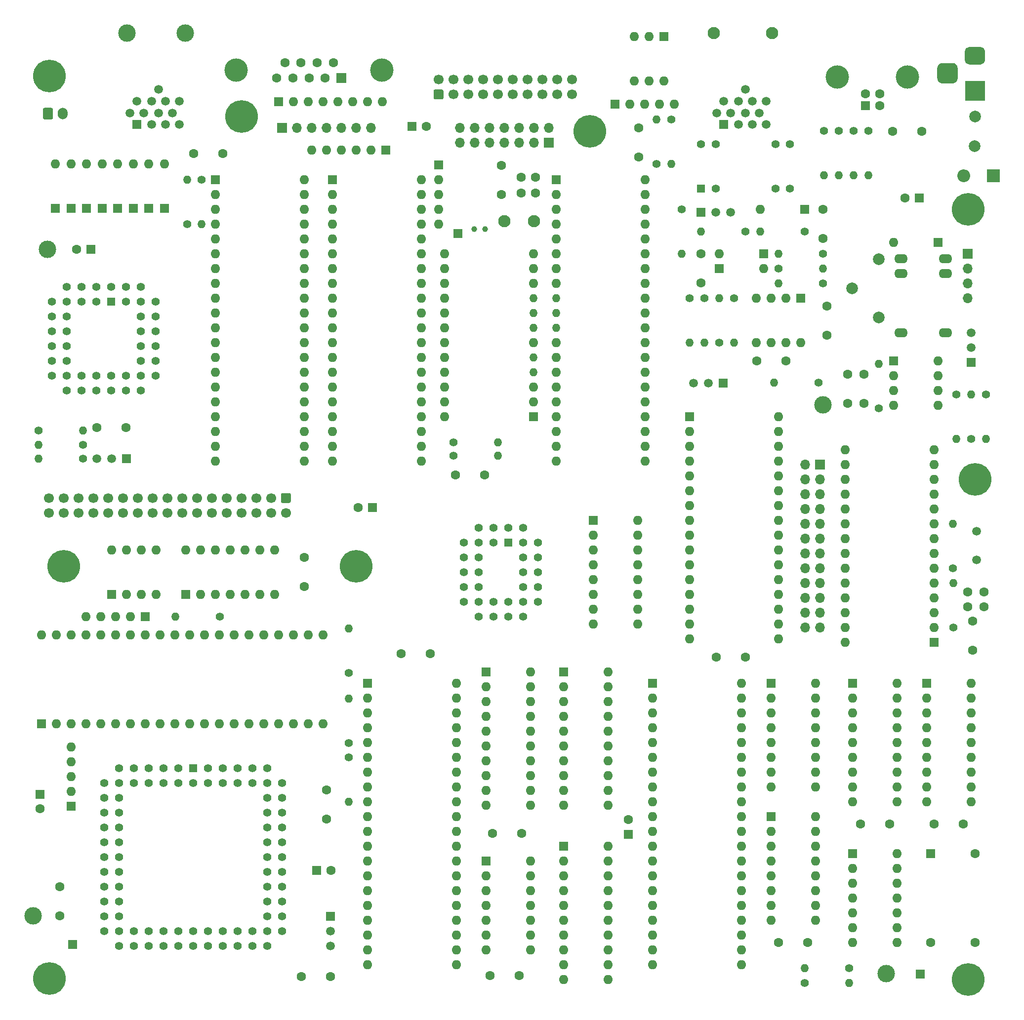
<source format=gts>
%TF.GenerationSoftware,KiCad,Pcbnew,(5.1.12)-1*%
%TF.CreationDate,2023-01-19T18:01:59+01:00*%
%TF.ProjectId,TELESTRAT2,54454c45-5354-4524-9154-322e6b696361,2.0*%
%TF.SameCoordinates,PX1312d00PYe2accf0*%
%TF.FileFunction,Soldermask,Top*%
%TF.FilePolarity,Negative*%
%FSLAX46Y46*%
G04 Gerber Fmt 4.6, Leading zero omitted, Abs format (unit mm)*
G04 Created by KiCad (PCBNEW (5.1.12)-1) date 2023-01-19 18:01:59*
%MOMM*%
%LPD*%
G01*
G04 APERTURE LIST*
%ADD10C,1.600000*%
%ADD11O,1.600000X1.600000*%
%ADD12R,1.600000X1.600000*%
%ADD13R,1.500000X1.500000*%
%ADD14C,4.000000*%
%ADD15C,2.000000*%
%ADD16C,1.000000*%
%ADD17C,2.100000*%
%ADD18O,1.400000X1.400000*%
%ADD19C,1.400000*%
%ADD20C,1.422400*%
%ADD21R,1.422400X1.422400*%
%ADD22C,3.000000*%
%ADD23O,1.700000X1.700000*%
%ADD24R,1.700000X1.700000*%
%ADD25C,5.600000*%
%ADD26C,1.500000*%
%ADD27R,1.508000X1.508000*%
%ADD28C,1.508000*%
%ADD29O,2.300000X1.600000*%
%ADD30O,1.700000X2.000000*%
%ADD31O,2.200000X2.200000*%
%ADD32R,2.200000X2.200000*%
%ADD33R,1.400000X1.400000*%
%ADD34R,3.500000X3.500000*%
%ADD35C,1.700000*%
G04 APERTURE END LIST*
D10*
%TO.C,C36*%
X145735000Y103701000D03*
X145735000Y108701000D03*
%TD*%
%TO.C,C35*%
X53660000Y32407000D03*
X53660000Y37407000D03*
%TD*%
D11*
%TO.C,RN5*%
X9845000Y44773000D03*
X9845000Y42233000D03*
X9845000Y39693000D03*
X9845000Y37153000D03*
D12*
X9845000Y34613000D03*
%TD*%
D13*
%TO.C,TP3*%
X76139000Y132784000D03*
%TD*%
D10*
%TO.C,C28*%
X105349000Y32287000D03*
D12*
X105349000Y29787000D03*
%TD*%
D10*
%TO.C,C2*%
X166309000Y68816000D03*
X166309000Y71316000D03*
%TD*%
D14*
%TO.C,J6*%
X141239000Y159615000D03*
X153239000Y159615000D03*
D10*
X145989000Y156755000D03*
X148489000Y156755000D03*
X148489000Y154755000D03*
D12*
X145989000Y154755000D03*
%TD*%
D10*
%TO.C,C32*%
X89474000Y139769000D03*
X86974000Y139769000D03*
%TD*%
D11*
%TO.C,SW1*%
X111445000Y158946000D03*
X106365000Y166566000D03*
X108905000Y158946000D03*
X108905000Y166566000D03*
X106365000Y158946000D03*
D12*
X111445000Y166566000D03*
%TD*%
D15*
%TO.C,BT1*%
X143775000Y123386000D03*
X148275000Y118386000D03*
X148275000Y128386000D03*
%TD*%
D16*
%TO.C,Y2*%
X78938000Y133546000D03*
X80838000Y133546000D03*
%TD*%
D17*
%TO.C,C31*%
X84140000Y134943000D03*
X89220000Y134943000D03*
%TD*%
D18*
%TO.C,R35*%
X130368000Y107257000D03*
D19*
X137988000Y107257000D03*
%TD*%
D10*
%TO.C,C33*%
X89474000Y142436000D03*
X86974000Y142436000D03*
%TD*%
D11*
%TO.C,U27*%
X73853000Y101415000D03*
X89093000Y129355000D03*
X73853000Y103955000D03*
X89093000Y126815000D03*
X73853000Y106495000D03*
X89093000Y124275000D03*
X73853000Y109035000D03*
D18*
X89093000Y121735000D03*
D11*
X73853000Y111575000D03*
D18*
X89093000Y119195000D03*
D11*
X73853000Y114115000D03*
D18*
X89093000Y116655000D03*
D11*
X73853000Y116655000D03*
X89093000Y114115000D03*
X73853000Y119195000D03*
D18*
X89093000Y111575000D03*
D11*
X73853000Y121735000D03*
D18*
X89093000Y109035000D03*
D11*
X73853000Y124275000D03*
X89093000Y106495000D03*
X73853000Y126815000D03*
X89093000Y103955000D03*
X73853000Y129355000D03*
D12*
X89093000Y101415000D03*
%TD*%
D11*
%TO.C,U6*%
X69916000Y142055000D03*
X54676000Y93795000D03*
X69916000Y139515000D03*
X54676000Y96335000D03*
X69916000Y136975000D03*
X54676000Y98875000D03*
X69916000Y134435000D03*
X54676000Y101415000D03*
X69916000Y131895000D03*
X54676000Y103955000D03*
X69916000Y129355000D03*
X54676000Y106495000D03*
X69916000Y126815000D03*
X54676000Y109035000D03*
X69916000Y124275000D03*
X54676000Y111575000D03*
X69916000Y121735000D03*
X54676000Y114115000D03*
X69916000Y119195000D03*
X54676000Y116655000D03*
X69916000Y116655000D03*
X54676000Y119195000D03*
X69916000Y114115000D03*
X54676000Y121735000D03*
X69916000Y111575000D03*
X54676000Y124275000D03*
X69916000Y109035000D03*
X54676000Y126815000D03*
X69916000Y106495000D03*
X54676000Y129355000D03*
X69916000Y103955000D03*
X54676000Y131895000D03*
X69916000Y101415000D03*
X54676000Y134435000D03*
X69916000Y98875000D03*
X54676000Y136975000D03*
X69916000Y96335000D03*
X54676000Y139515000D03*
X69916000Y93795000D03*
D12*
X54676000Y142055000D03*
%TD*%
D18*
%TO.C,R6*%
X160975000Y83000000D03*
D19*
X160975000Y75380000D03*
%TD*%
D10*
%TO.C,C1*%
X163515000Y68816000D03*
X163515000Y71316000D03*
%TD*%
D11*
%TO.C,D7*%
X25847000Y144722000D03*
D12*
X25847000Y137102000D03*
%TD*%
D18*
%TO.C,R10*%
X29784000Y142055000D03*
D19*
X29784000Y134435000D03*
%TD*%
D11*
%TO.C,D8*%
X9845000Y144722000D03*
D12*
X9845000Y137102000D03*
%TD*%
D11*
%TO.C,D6*%
X20513000Y144722000D03*
D12*
X20513000Y137102000D03*
%TD*%
D11*
%TO.C,D5*%
X15179000Y144722000D03*
D12*
X15179000Y137102000D03*
%TD*%
D11*
%TO.C,D4*%
X7178000Y144722000D03*
D12*
X7178000Y137102000D03*
%TD*%
D11*
%TO.C,D3*%
X23180000Y144722000D03*
D12*
X23180000Y137102000D03*
%TD*%
D11*
%TO.C,D2*%
X17846000Y144722000D03*
D12*
X17846000Y137102000D03*
%TD*%
D11*
%TO.C,D1*%
X12512000Y144722000D03*
D12*
X12512000Y137102000D03*
%TD*%
D10*
%TO.C,C27*%
X54422000Y23564000D03*
D12*
X51922000Y23564000D03*
%TD*%
D10*
%TO.C,C26*%
X59034000Y85794000D03*
D12*
X61534000Y85794000D03*
%TD*%
D20*
%TO.C,U16*%
X46040000Y36010000D03*
X46040000Y33470000D03*
X46040000Y30930000D03*
X46040000Y28390000D03*
X46040000Y25850000D03*
X46040000Y23310000D03*
X46040000Y20770000D03*
X46040000Y18230000D03*
X46040000Y15690000D03*
X46040000Y13150000D03*
X43500000Y36010000D03*
X43500000Y33470000D03*
X43500000Y30930000D03*
X43500000Y28390000D03*
X43500000Y25850000D03*
X43500000Y23310000D03*
X43500000Y20770000D03*
X43500000Y18230000D03*
X43500000Y15690000D03*
X43500000Y13150000D03*
X43500000Y10610000D03*
X40960000Y10610000D03*
X38420000Y10610000D03*
X35880000Y10610000D03*
X33340000Y10610000D03*
X30800000Y10610000D03*
X28260000Y10610000D03*
X25720000Y10610000D03*
X23180000Y10610000D03*
X20640000Y10610000D03*
X18100000Y10610000D03*
X40960000Y13150000D03*
X38420000Y13150000D03*
X35880000Y13150000D03*
X33340000Y13150000D03*
X30800000Y13150000D03*
X28260000Y13150000D03*
X25720000Y13150000D03*
X23180000Y13150000D03*
X20640000Y13150000D03*
X18100000Y13150000D03*
X15560000Y13150000D03*
X15560000Y15690000D03*
X15560000Y18230000D03*
X15560000Y20770000D03*
X15560000Y23310000D03*
X15560000Y25850000D03*
X15560000Y28390000D03*
X15560000Y30930000D03*
X15560000Y33470000D03*
X15560000Y36010000D03*
X15560000Y38550000D03*
X18100000Y15690000D03*
X18100000Y18230000D03*
X18100000Y20770000D03*
X18100000Y23310000D03*
X18100000Y25850000D03*
X18100000Y28390000D03*
X18100000Y30930000D03*
X18100000Y33470000D03*
X18100000Y36010000D03*
X18100000Y38550000D03*
X43500000Y41090000D03*
X40960000Y41090000D03*
X38420000Y41090000D03*
X35880000Y41090000D03*
X33340000Y41090000D03*
X18100000Y41090000D03*
X20640000Y41090000D03*
X23180000Y41090000D03*
X25720000Y41090000D03*
X28260000Y41090000D03*
D21*
X30800000Y41090000D03*
D20*
X46040000Y38550000D03*
X43500000Y38550000D03*
X40960000Y38550000D03*
X38420000Y38550000D03*
X35880000Y38550000D03*
X33340000Y38550000D03*
X20640000Y38550000D03*
X23180000Y38550000D03*
X25720000Y38550000D03*
X28260000Y38550000D03*
X30800000Y38550000D03*
%TD*%
D18*
%TO.C,R4*%
X57470000Y65093000D03*
D19*
X57470000Y57473000D03*
%TD*%
D22*
%TO.C,J1*%
X138750000Y103447000D03*
%TD*%
%TO.C,J3*%
X5781000Y130117000D03*
%TD*%
%TO.C,J2*%
X149545000Y5911000D03*
%TD*%
%TO.C,J4*%
X3368000Y15817000D03*
%TD*%
D11*
%TO.C,RN4*%
X113223000Y155009000D03*
X110683000Y155009000D03*
X108143000Y155009000D03*
X105603000Y155009000D03*
D12*
X103063000Y155009000D03*
%TD*%
D18*
%TO.C,R8*%
X4257000Y94176000D03*
D19*
X11877000Y94176000D03*
%TD*%
D23*
%TO.C,J10*%
X135702000Y65220000D03*
X138242000Y65220000D03*
X135702000Y67760000D03*
X138242000Y67760000D03*
X135702000Y70300000D03*
X138242000Y70300000D03*
X135702000Y72840000D03*
X138242000Y72840000D03*
X135702000Y75380000D03*
X138242000Y75380000D03*
X135702000Y77920000D03*
X138242000Y77920000D03*
X135702000Y80460000D03*
X138242000Y80460000D03*
X135702000Y83000000D03*
X138242000Y83000000D03*
X135702000Y85540000D03*
X138242000Y85540000D03*
X135702000Y88080000D03*
X138242000Y88080000D03*
X135702000Y90620000D03*
X138242000Y90620000D03*
X135702000Y93160000D03*
D24*
X138242000Y93160000D03*
%TD*%
D25*
%TO.C,H5*%
X164785000Y90620000D03*
%TD*%
D20*
%TO.C,U18*%
X89855000Y79825000D03*
X89855000Y77285000D03*
X89855000Y74745000D03*
X89855000Y72205000D03*
X87315000Y77285000D03*
X87315000Y74745000D03*
X87315000Y72205000D03*
X87315000Y69665000D03*
X87315000Y67125000D03*
X84775000Y67125000D03*
X82235000Y67125000D03*
X79695000Y67125000D03*
X89855000Y69665000D03*
X84775000Y69665000D03*
X82235000Y69665000D03*
X79695000Y69665000D03*
X77155000Y69665000D03*
X77155000Y72205000D03*
X77155000Y74745000D03*
X77155000Y77285000D03*
X77155000Y79825000D03*
X79695000Y72205000D03*
X79695000Y74745000D03*
X79695000Y77285000D03*
X79695000Y79825000D03*
X87315000Y82365000D03*
X84775000Y82365000D03*
X79695000Y82365000D03*
X82235000Y82365000D03*
X87315000Y79825000D03*
X82235000Y79825000D03*
D21*
X84775000Y79825000D03*
%TD*%
D23*
%TO.C,J5*%
X76520000Y150945000D03*
X76520000Y148405000D03*
X79060000Y150945000D03*
X79060000Y148405000D03*
X81600000Y150945000D03*
X81600000Y148405000D03*
X84140000Y150945000D03*
X84140000Y148405000D03*
X86680000Y150945000D03*
X86680000Y148405000D03*
X89220000Y150945000D03*
X89220000Y148405000D03*
X91760000Y150945000D03*
D24*
X91760000Y148405000D03*
%TD*%
D11*
%TO.C,RN1*%
X72837000Y134435000D03*
X72837000Y136975000D03*
X72837000Y139515000D03*
X72837000Y142055000D03*
D12*
X72837000Y144595000D03*
%TD*%
D25*
%TO.C,H6*%
X6162000Y5022000D03*
%TD*%
%TO.C,H9*%
X163642000Y4895000D03*
%TD*%
D18*
%TO.C,R15*%
X148275000Y110432000D03*
D19*
X148275000Y102812000D03*
%TD*%
D10*
%TO.C,C15*%
X142941000Y103701000D03*
X142941000Y108701000D03*
%TD*%
D14*
%TO.C,J12*%
X38166000Y160851000D03*
X63160000Y160851000D03*
D10*
X46505000Y162121000D03*
X49275000Y162121000D03*
X52045000Y162121000D03*
X54815000Y162121000D03*
X45120000Y159454000D03*
X47890000Y159454000D03*
X50660000Y159454000D03*
X53430000Y159454000D03*
D24*
X56200000Y159454000D03*
%TD*%
D13*
%TO.C,TP1*%
X10099000Y10864000D03*
%TD*%
%TO.C,TP2*%
X155387000Y5784000D03*
%TD*%
%TO.C,Q4*%
X121605000Y107130000D03*
D26*
X116525000Y107130000D03*
X119065000Y107130000D03*
%TD*%
D13*
%TO.C,Q3*%
X117795000Y136467000D03*
D26*
X122875000Y136467000D03*
X120335000Y136467000D03*
%TD*%
D13*
%TO.C,Q2*%
X164150000Y110686000D03*
D26*
X164150000Y115766000D03*
X164150000Y113226000D03*
%TD*%
D17*
%TO.C,J14*%
X120034000Y167201000D03*
X130034000Y167201000D03*
D27*
X121734000Y151501000D03*
D28*
X124234000Y151501000D03*
X126634000Y151501000D03*
X129034000Y151501000D03*
X120534000Y153501000D03*
X122934000Y153501000D03*
X125434000Y153501000D03*
X127834000Y153501000D03*
X121734000Y155501000D03*
X124234000Y155501000D03*
X126634000Y155501000D03*
X129034000Y155501000D03*
X125434000Y157501000D03*
%TD*%
D22*
%TO.C,J8*%
X19450000Y167201000D03*
X29450000Y167201000D03*
D27*
X21150000Y151501000D03*
D28*
X23650000Y151501000D03*
X26050000Y151501000D03*
X28450000Y151501000D03*
X19950000Y153501000D03*
X22350000Y153501000D03*
X24850000Y153501000D03*
X27250000Y153501000D03*
X21150000Y155501000D03*
X23650000Y155501000D03*
X26050000Y155501000D03*
X28450000Y155501000D03*
X24850000Y157501000D03*
%TD*%
D29*
%TO.C,K1*%
X159705000Y128466000D03*
X152085000Y128466000D03*
X159705000Y125926000D03*
X159705000Y115766000D03*
X152085000Y125926000D03*
X152085000Y115766000D03*
%TD*%
D18*
%TO.C,R21*%
X114493000Y129355000D03*
D19*
X114493000Y136975000D03*
%TD*%
D18*
%TO.C,R2*%
X82997000Y96970000D03*
D19*
X75377000Y96970000D03*
%TD*%
D13*
%TO.C,Q1*%
X19370000Y94176000D03*
D26*
X14290000Y94176000D03*
X16830000Y94176000D03*
%TD*%
D18*
%TO.C,R23*%
X143957000Y142817000D03*
D19*
X143957000Y150437000D03*
%TD*%
D18*
%TO.C,R22*%
X146497000Y142817000D03*
D19*
X146497000Y150437000D03*
%TD*%
D18*
%TO.C,R25*%
X141417000Y142817000D03*
D19*
X141417000Y150437000D03*
%TD*%
D18*
%TO.C,R24*%
X138877000Y142817000D03*
D19*
X138877000Y150437000D03*
%TD*%
D23*
%TO.C,J11*%
X61280000Y150945000D03*
X58740000Y150945000D03*
X56200000Y150945000D03*
X53660000Y150945000D03*
X51120000Y150945000D03*
X48580000Y150945000D03*
D24*
X46040000Y150945000D03*
%TD*%
D25*
%TO.C,H2*%
X39055000Y152850000D03*
%TD*%
%TO.C,H1*%
X98745000Y150310000D03*
%TD*%
D10*
%TO.C,C23*%
X10774000Y130117000D03*
D12*
X13274000Y130117000D03*
%TD*%
D18*
%TO.C,R12*%
X32197000Y134435000D03*
D19*
X32197000Y142055000D03*
%TD*%
D10*
%TO.C,C8*%
X30880000Y146500000D03*
X35880000Y146500000D03*
%TD*%
%TO.C,C22*%
X75711000Y91382000D03*
X80711000Y91382000D03*
%TD*%
D18*
%TO.C,R11*%
X4257000Y96589000D03*
D19*
X11877000Y96589000D03*
%TD*%
D18*
%TO.C,R9*%
X11877000Y99002000D03*
D19*
X4257000Y99002000D03*
%TD*%
D10*
%TO.C,C6*%
X49850000Y72285000D03*
X49850000Y77285000D03*
%TD*%
%TO.C,C5*%
X120415000Y60140000D03*
X125415000Y60140000D03*
%TD*%
%TO.C,C4*%
X164404000Y61363000D03*
X164404000Y66363000D03*
%TD*%
D25*
%TO.C,H4*%
X58740000Y75761000D03*
%TD*%
%TO.C,H3*%
X8575000Y75761000D03*
%TD*%
D18*
%TO.C,R32*%
X27752000Y67125000D03*
D19*
X35372000Y67125000D03*
%TD*%
D20*
%TO.C,U10*%
X24323000Y121100000D03*
X24323000Y118560000D03*
X24323000Y116020000D03*
X24323000Y113480000D03*
X24323000Y110940000D03*
X21783000Y123640000D03*
X21783000Y118560000D03*
X21783000Y116020000D03*
X21783000Y113480000D03*
X21783000Y110940000D03*
X21783000Y108400000D03*
X21783000Y105860000D03*
X19243000Y105860000D03*
X16703000Y105860000D03*
X14163000Y105860000D03*
X11623000Y105860000D03*
X9083000Y105860000D03*
X24323000Y108400000D03*
X19243000Y108400000D03*
X16703000Y108400000D03*
X14163000Y108400000D03*
X11623000Y108400000D03*
X9083000Y108400000D03*
X6543000Y108400000D03*
X6543000Y110940000D03*
X6543000Y113480000D03*
X6543000Y116020000D03*
X6543000Y118560000D03*
X6543000Y121100000D03*
X9083000Y110940000D03*
X9083000Y113480000D03*
X9083000Y116020000D03*
X9083000Y118560000D03*
X9083000Y121100000D03*
X19243000Y123640000D03*
X16703000Y123640000D03*
X9083000Y123640000D03*
X11623000Y123640000D03*
X14163000Y123640000D03*
X21783000Y121100000D03*
X19243000Y121100000D03*
X11623000Y121100000D03*
X14163000Y121100000D03*
D21*
X16703000Y121100000D03*
%TD*%
D18*
%TO.C,R30*%
X131130000Y124275000D03*
D19*
X138750000Y124275000D03*
%TD*%
D18*
%TO.C,R36*%
X115890000Y114115000D03*
D19*
X115890000Y121735000D03*
%TD*%
D18*
%TO.C,R34*%
X118430000Y114115000D03*
D19*
X118430000Y121735000D03*
%TD*%
D18*
%TO.C,R33*%
X120970000Y121735000D03*
D19*
X120970000Y114115000D03*
%TD*%
D18*
%TO.C,R31*%
X123510000Y114115000D03*
D19*
X123510000Y121735000D03*
%TD*%
D18*
%TO.C,R29*%
X138750000Y126815000D03*
D19*
X131130000Y126815000D03*
%TD*%
D18*
%TO.C,R27*%
X117795000Y133165000D03*
D19*
X125415000Y133165000D03*
%TD*%
D18*
%TO.C,R26*%
X127955000Y133165000D03*
D19*
X135575000Y133165000D03*
%TD*%
D18*
%TO.C,R28*%
X131130000Y129355000D03*
D19*
X138750000Y129355000D03*
%TD*%
D18*
%TO.C,R3*%
X57470000Y53028000D03*
D19*
X57470000Y45408000D03*
%TD*%
D18*
%TO.C,R20*%
X110175000Y152342000D03*
D19*
X110175000Y144722000D03*
%TD*%
D18*
%TO.C,R19*%
X112715000Y144722000D03*
D19*
X112715000Y152342000D03*
%TD*%
D11*
%TO.C,U25*%
X151450000Y55695000D03*
X143830000Y35375000D03*
X151450000Y53155000D03*
X143830000Y37915000D03*
X151450000Y50615000D03*
X143830000Y40455000D03*
X151450000Y48075000D03*
X143830000Y42995000D03*
X151450000Y45535000D03*
X143830000Y45535000D03*
X151450000Y42995000D03*
X143830000Y48075000D03*
X151450000Y40455000D03*
X143830000Y50615000D03*
X151450000Y37915000D03*
X143830000Y53155000D03*
X151450000Y35375000D03*
D12*
X143830000Y55695000D03*
%TD*%
D11*
%TO.C,U24*%
X164150000Y55695000D03*
X156530000Y35375000D03*
X164150000Y53155000D03*
X156530000Y37915000D03*
X164150000Y50615000D03*
X156530000Y40455000D03*
X164150000Y48075000D03*
X156530000Y42995000D03*
X164150000Y45535000D03*
X156530000Y45535000D03*
X164150000Y42995000D03*
X156530000Y48075000D03*
X164150000Y40455000D03*
X156530000Y50615000D03*
X164150000Y37915000D03*
X156530000Y53155000D03*
X164150000Y35375000D03*
D12*
X156530000Y55695000D03*
%TD*%
D18*
%TO.C,R14*%
X164150000Y105225000D03*
D19*
X164150000Y97605000D03*
%TD*%
D18*
%TO.C,R16*%
X161610000Y97605000D03*
D19*
X161610000Y105225000D03*
%TD*%
D18*
%TO.C,R13*%
X166690000Y97605000D03*
D19*
X166690000Y105225000D03*
%TD*%
D13*
%TO.C,U7*%
X54295000Y15690000D03*
D26*
X54295000Y10610000D03*
X54295000Y13150000D03*
%TD*%
D23*
%TO.C,J7*%
X163515000Y121735000D03*
X163515000Y124275000D03*
X163515000Y126815000D03*
D24*
X163515000Y129355000D03*
%TD*%
D30*
%TO.C,J15*%
X8408000Y153358000D03*
G36*
G01*
X5058000Y152608000D02*
X5058000Y154108000D01*
G75*
G02*
X5308000Y154358000I250000J0D01*
G01*
X6508000Y154358000D01*
G75*
G02*
X6758000Y154108000I0J-250000D01*
G01*
X6758000Y152608000D01*
G75*
G02*
X6508000Y152358000I-250000J0D01*
G01*
X5308000Y152358000D01*
G75*
G02*
X5058000Y152608000I0J250000D01*
G01*
G37*
%TD*%
D15*
%TO.C,F1*%
X164775000Y147770000D03*
X164785000Y152850000D03*
%TD*%
D31*
%TO.C,D10*%
X162880000Y142690000D03*
D32*
X167960000Y142690000D03*
%TD*%
D11*
%TO.C,RN3*%
X51120000Y147135000D03*
X53660000Y147135000D03*
X56200000Y147135000D03*
X58740000Y147135000D03*
X61280000Y147135000D03*
D12*
X63820000Y147135000D03*
%TD*%
D11*
%TO.C,RN2*%
X63185000Y155390000D03*
X60645000Y155390000D03*
X58105000Y155390000D03*
X55565000Y155390000D03*
X53025000Y155390000D03*
X50485000Y155390000D03*
X47945000Y155390000D03*
D12*
X45405000Y155390000D03*
%TD*%
D10*
%TO.C,C25*%
X4511000Y34145000D03*
D12*
X4511000Y36645000D03*
%TD*%
D10*
%TO.C,C21*%
X54295000Y5403000D03*
X49295000Y5403000D03*
%TD*%
%TO.C,C20*%
X19290000Y99510000D03*
X14290000Y99510000D03*
%TD*%
%TO.C,C19*%
X139385000Y120385000D03*
X139385000Y115385000D03*
%TD*%
%TO.C,C18*%
X83632000Y139515000D03*
X83632000Y144515000D03*
%TD*%
%TO.C,C17*%
X86680000Y5530000D03*
X81680000Y5530000D03*
%TD*%
%TO.C,C16*%
X71440000Y60775000D03*
X66440000Y60775000D03*
%TD*%
%TO.C,C14*%
X7940000Y15770000D03*
X7940000Y20770000D03*
%TD*%
%TO.C,C13*%
X136130000Y11245000D03*
X131130000Y11245000D03*
%TD*%
%TO.C,C12*%
X82061000Y29914000D03*
X87061000Y29914000D03*
%TD*%
%TO.C,C10*%
X150180000Y31565000D03*
X145180000Y31565000D03*
%TD*%
%TO.C,C7*%
X162800000Y31565000D03*
X157800000Y31565000D03*
%TD*%
D18*
%TO.C,R5*%
X82997000Y94684000D03*
D19*
X75377000Y94684000D03*
%TD*%
D10*
%TO.C,C3*%
X155688000Y150310000D03*
X150688000Y150310000D03*
%TD*%
D18*
%TO.C,R7*%
X161102000Y72840000D03*
D19*
X161102000Y65220000D03*
%TD*%
D11*
%TO.C,U3*%
X142560000Y62680000D03*
X157800000Y95700000D03*
X142560000Y65220000D03*
X157800000Y93160000D03*
X142560000Y67760000D03*
X157800000Y90620000D03*
X142560000Y70300000D03*
X157800000Y88080000D03*
X142560000Y72840000D03*
X157800000Y85540000D03*
X142560000Y75380000D03*
X157800000Y83000000D03*
X142560000Y77920000D03*
X157800000Y80460000D03*
X142560000Y80460000D03*
X157800000Y77920000D03*
X142560000Y83000000D03*
X157800000Y75380000D03*
X142560000Y85540000D03*
X157800000Y72840000D03*
X142560000Y88080000D03*
X157800000Y70300000D03*
X142560000Y90620000D03*
X157800000Y67760000D03*
X142560000Y93160000D03*
X157800000Y65220000D03*
X142560000Y95700000D03*
D12*
X157800000Y62680000D03*
%TD*%
D18*
%TO.C,R1*%
X57470000Y35375000D03*
D19*
X57470000Y42995000D03*
%TD*%
D11*
%TO.C,U21*%
X131130000Y101415000D03*
X115890000Y63315000D03*
X131130000Y98875000D03*
X115890000Y65855000D03*
X131130000Y96335000D03*
X115890000Y68395000D03*
X131130000Y93795000D03*
X115890000Y70935000D03*
X131130000Y91255000D03*
X115890000Y73475000D03*
X131130000Y88715000D03*
X115890000Y76015000D03*
X131130000Y86175000D03*
X115890000Y78555000D03*
X131130000Y83635000D03*
X115890000Y81095000D03*
X131130000Y81095000D03*
X115890000Y83635000D03*
X131130000Y78555000D03*
X115890000Y86175000D03*
X131130000Y76015000D03*
X115890000Y88715000D03*
X131130000Y73475000D03*
X115890000Y91255000D03*
X131130000Y70935000D03*
X115890000Y93795000D03*
X131130000Y68395000D03*
X115890000Y96335000D03*
X131130000Y65855000D03*
X115890000Y98875000D03*
X131130000Y63315000D03*
D12*
X115890000Y101415000D03*
%TD*%
D26*
%TO.C,Y1*%
X165039000Y76850000D03*
X165039000Y81730000D03*
%TD*%
D10*
%TO.C,X1*%
X157165000Y11245000D03*
X164785000Y11245000D03*
X164785000Y26485000D03*
D12*
X157165000Y26485000D03*
%TD*%
D11*
%TO.C,U28*%
X16830000Y78555000D03*
X24450000Y70935000D03*
X19370000Y78555000D03*
X21910000Y70935000D03*
X21910000Y78555000D03*
X19370000Y70935000D03*
X24450000Y78555000D03*
D12*
X16830000Y70935000D03*
%TD*%
D11*
%TO.C,U22*%
X29530000Y78555000D03*
X44770000Y70935000D03*
X32070000Y78555000D03*
X42230000Y70935000D03*
X34610000Y78555000D03*
X39690000Y70935000D03*
X37150000Y78555000D03*
X37150000Y70935000D03*
X39690000Y78555000D03*
X34610000Y70935000D03*
X42230000Y78555000D03*
X32070000Y70935000D03*
X44770000Y78555000D03*
D12*
X29530000Y70935000D03*
%TD*%
D11*
%TO.C,U26*%
X4765000Y63950000D03*
X53025000Y48710000D03*
X7305000Y63950000D03*
X50485000Y48710000D03*
X9845000Y63950000D03*
X47945000Y48710000D03*
X12385000Y63950000D03*
X45405000Y48710000D03*
X14925000Y63950000D03*
X42865000Y48710000D03*
X17465000Y63950000D03*
X40325000Y48710000D03*
X20005000Y63950000D03*
X37785000Y48710000D03*
X22545000Y63950000D03*
X35245000Y48710000D03*
X25085000Y63950000D03*
X32705000Y48710000D03*
X27625000Y63950000D03*
X30165000Y48710000D03*
X30165000Y63950000D03*
X27625000Y48710000D03*
X32705000Y63950000D03*
X25085000Y48710000D03*
X35245000Y63950000D03*
X22545000Y48710000D03*
X37785000Y63950000D03*
X20005000Y48710000D03*
X40325000Y63950000D03*
X17465000Y48710000D03*
X42865000Y63950000D03*
X14925000Y48710000D03*
X45405000Y63950000D03*
X12385000Y48710000D03*
X47945000Y63950000D03*
X9845000Y48710000D03*
X50485000Y63950000D03*
X7305000Y48710000D03*
X53025000Y63950000D03*
D12*
X4765000Y48710000D03*
%TD*%
D11*
%TO.C,U20*%
X137480000Y55695000D03*
X129860000Y37915000D03*
X137480000Y53155000D03*
X129860000Y40455000D03*
X137480000Y50615000D03*
X129860000Y42995000D03*
X137480000Y48075000D03*
X129860000Y45535000D03*
X137480000Y45535000D03*
X129860000Y48075000D03*
X137480000Y42995000D03*
X129860000Y50615000D03*
X137480000Y40455000D03*
X129860000Y53155000D03*
X137480000Y37915000D03*
D12*
X129860000Y55695000D03*
%TD*%
D11*
%TO.C,U19*%
X137480000Y32835000D03*
X129860000Y15055000D03*
X137480000Y30295000D03*
X129860000Y17595000D03*
X137480000Y27755000D03*
X129860000Y20135000D03*
X137480000Y25215000D03*
X129860000Y22675000D03*
X137480000Y22675000D03*
X129860000Y25215000D03*
X137480000Y20135000D03*
X129860000Y27755000D03*
X137480000Y17595000D03*
X129860000Y30295000D03*
X137480000Y15055000D03*
D12*
X129860000Y32835000D03*
%TD*%
D11*
%TO.C,U17*%
X151450000Y26485000D03*
X143830000Y11245000D03*
X151450000Y23945000D03*
X143830000Y13785000D03*
X151450000Y21405000D03*
X143830000Y16325000D03*
X151450000Y18865000D03*
X143830000Y18865000D03*
X151450000Y16325000D03*
X143830000Y21405000D03*
X151450000Y13785000D03*
X143830000Y23945000D03*
X151450000Y11245000D03*
D12*
X143830000Y26485000D03*
%TD*%
D11*
%TO.C,U15*%
X107000000Y83635000D03*
X99380000Y65855000D03*
X107000000Y81095000D03*
X99380000Y68395000D03*
X107000000Y78555000D03*
X99380000Y70935000D03*
X107000000Y76015000D03*
X99380000Y73475000D03*
X107000000Y73475000D03*
X99380000Y76015000D03*
X107000000Y70935000D03*
X99380000Y78555000D03*
X107000000Y68395000D03*
X99380000Y81095000D03*
X107000000Y65855000D03*
D12*
X99380000Y83635000D03*
%TD*%
D11*
%TO.C,U14*%
X124780000Y55695000D03*
X109540000Y7435000D03*
X124780000Y53155000D03*
X109540000Y9975000D03*
X124780000Y50615000D03*
X109540000Y12515000D03*
X124780000Y48075000D03*
X109540000Y15055000D03*
X124780000Y45535000D03*
X109540000Y17595000D03*
X124780000Y42995000D03*
X109540000Y20135000D03*
X124780000Y40455000D03*
X109540000Y22675000D03*
X124780000Y37915000D03*
X109540000Y25215000D03*
X124780000Y35375000D03*
X109540000Y27755000D03*
X124780000Y32835000D03*
X109540000Y30295000D03*
X124780000Y30295000D03*
X109540000Y32835000D03*
X124780000Y27755000D03*
X109540000Y35375000D03*
X124780000Y25215000D03*
X109540000Y37915000D03*
X124780000Y22675000D03*
X109540000Y40455000D03*
X124780000Y20135000D03*
X109540000Y42995000D03*
X124780000Y17595000D03*
X109540000Y45535000D03*
X124780000Y15055000D03*
X109540000Y48075000D03*
X124780000Y12515000D03*
X109540000Y50615000D03*
X124780000Y9975000D03*
X109540000Y53155000D03*
X124780000Y7435000D03*
D12*
X109540000Y55695000D03*
%TD*%
D11*
%TO.C,U12*%
X88585000Y57600000D03*
X80965000Y34740000D03*
X88585000Y55060000D03*
X80965000Y37280000D03*
X88585000Y52520000D03*
X80965000Y39820000D03*
X88585000Y49980000D03*
X80965000Y42360000D03*
X88585000Y47440000D03*
X80965000Y44900000D03*
X88585000Y44900000D03*
X80965000Y47440000D03*
X88585000Y42360000D03*
X80965000Y49980000D03*
X88585000Y39820000D03*
X80965000Y52520000D03*
X88585000Y37280000D03*
X80965000Y55060000D03*
X88585000Y34740000D03*
D12*
X80965000Y57600000D03*
%TD*%
D11*
%TO.C,U2*%
X108270000Y142055000D03*
X93030000Y93795000D03*
X108270000Y139515000D03*
X93030000Y96335000D03*
X108270000Y136975000D03*
X93030000Y98875000D03*
X108270000Y134435000D03*
X93030000Y101415000D03*
X108270000Y131895000D03*
X93030000Y103955000D03*
X108270000Y129355000D03*
X93030000Y106495000D03*
X108270000Y126815000D03*
X93030000Y109035000D03*
X108270000Y124275000D03*
X93030000Y111575000D03*
X108270000Y121735000D03*
X93030000Y114115000D03*
X108270000Y119195000D03*
D18*
X93030000Y116655000D03*
D11*
X108270000Y116655000D03*
D18*
X93030000Y119195000D03*
D11*
X108270000Y114115000D03*
D18*
X93030000Y121735000D03*
D11*
X108270000Y111575000D03*
X93030000Y124275000D03*
X108270000Y109035000D03*
X93030000Y126815000D03*
X108270000Y106495000D03*
X93030000Y129355000D03*
X108270000Y103955000D03*
X93030000Y131895000D03*
X108270000Y101415000D03*
X93030000Y134435000D03*
X108270000Y98875000D03*
X93030000Y136975000D03*
X108270000Y96335000D03*
X93030000Y139515000D03*
X108270000Y93795000D03*
D12*
X93030000Y142055000D03*
%TD*%
D11*
%TO.C,U8*%
X101920000Y57600000D03*
X94300000Y34740000D03*
X101920000Y55060000D03*
X94300000Y37280000D03*
X101920000Y52520000D03*
X94300000Y39820000D03*
X101920000Y49980000D03*
X94300000Y42360000D03*
X101920000Y47440000D03*
X94300000Y44900000D03*
X101920000Y44900000D03*
X94300000Y47440000D03*
X101920000Y42360000D03*
X94300000Y49980000D03*
X101920000Y39820000D03*
X94300000Y52520000D03*
X101920000Y37280000D03*
X94300000Y55060000D03*
X101920000Y34740000D03*
D12*
X94300000Y57600000D03*
%TD*%
D11*
%TO.C,U11*%
X49850000Y142055000D03*
X34610000Y93795000D03*
X49850000Y139515000D03*
X34610000Y96335000D03*
X49850000Y136975000D03*
X34610000Y98875000D03*
X49850000Y134435000D03*
X34610000Y101415000D03*
X49850000Y131895000D03*
X34610000Y103955000D03*
X49850000Y129355000D03*
X34610000Y106495000D03*
X49850000Y126815000D03*
X34610000Y109035000D03*
X49850000Y124275000D03*
X34610000Y111575000D03*
X49850000Y121735000D03*
X34610000Y114115000D03*
X49850000Y119195000D03*
X34610000Y116655000D03*
X49850000Y116655000D03*
X34610000Y119195000D03*
X49850000Y114115000D03*
X34610000Y121735000D03*
X49850000Y111575000D03*
X34610000Y124275000D03*
X49850000Y109035000D03*
X34610000Y126815000D03*
X49850000Y106495000D03*
X34610000Y129355000D03*
X49850000Y103955000D03*
X34610000Y131895000D03*
X49850000Y101415000D03*
X34610000Y134435000D03*
X49850000Y98875000D03*
X34610000Y136975000D03*
X49850000Y96335000D03*
X34610000Y139515000D03*
X49850000Y93795000D03*
D12*
X34610000Y142055000D03*
%TD*%
D11*
%TO.C,U5*%
X101920000Y27755000D03*
X94300000Y4895000D03*
X101920000Y25215000D03*
X94300000Y7435000D03*
X101920000Y22675000D03*
X94300000Y9975000D03*
X101920000Y20135000D03*
X94300000Y12515000D03*
X101920000Y17595000D03*
X94300000Y15055000D03*
X101920000Y15055000D03*
X94300000Y17595000D03*
X101920000Y12515000D03*
X94300000Y20135000D03*
X101920000Y9975000D03*
X94300000Y22675000D03*
X101920000Y7435000D03*
X94300000Y25215000D03*
X101920000Y4895000D03*
D12*
X94300000Y27755000D03*
%TD*%
D11*
%TO.C,U23*%
X134940000Y114115000D03*
X127320000Y121735000D03*
X132400000Y114115000D03*
X129860000Y121735000D03*
X129860000Y114115000D03*
X132400000Y121735000D03*
X127320000Y114115000D03*
D12*
X134940000Y121735000D03*
%TD*%
D11*
%TO.C,U4*%
X75885000Y55695000D03*
X60645000Y7435000D03*
X75885000Y53155000D03*
X60645000Y9975000D03*
X75885000Y50615000D03*
X60645000Y12515000D03*
X75885000Y48075000D03*
X60645000Y15055000D03*
X75885000Y45535000D03*
X60645000Y17595000D03*
X75885000Y42995000D03*
X60645000Y20135000D03*
X75885000Y40455000D03*
X60645000Y22675000D03*
X75885000Y37915000D03*
X60645000Y25215000D03*
X75885000Y35375000D03*
X60645000Y27755000D03*
X75885000Y32835000D03*
X60645000Y30295000D03*
X75885000Y30295000D03*
X60645000Y32835000D03*
X75885000Y27755000D03*
X60645000Y35375000D03*
X75885000Y25215000D03*
X60645000Y37915000D03*
X75885000Y22675000D03*
X60645000Y40455000D03*
X75885000Y20135000D03*
X60645000Y42995000D03*
X75885000Y17595000D03*
X60645000Y45535000D03*
X75885000Y15055000D03*
X60645000Y48075000D03*
X75885000Y12515000D03*
X60645000Y50615000D03*
X75885000Y9975000D03*
X60645000Y53155000D03*
X75885000Y7435000D03*
D12*
X60645000Y55695000D03*
%TD*%
D11*
%TO.C,U1*%
X88585000Y25215000D03*
X80965000Y9975000D03*
X88585000Y22675000D03*
X80965000Y12515000D03*
X88585000Y20135000D03*
X80965000Y15055000D03*
X88585000Y17595000D03*
X80965000Y17595000D03*
X88585000Y15055000D03*
X80965000Y20135000D03*
X88585000Y12515000D03*
X80965000Y22675000D03*
X88585000Y9975000D03*
D12*
X80965000Y25215000D03*
%TD*%
D11*
%TO.C,RN6*%
X12385000Y67125000D03*
X14925000Y67125000D03*
X17465000Y67125000D03*
X20005000Y67125000D03*
D12*
X22545000Y67125000D03*
%TD*%
D18*
%TO.C,R18*%
X135575000Y6800000D03*
D19*
X143195000Y6800000D03*
%TD*%
D18*
%TO.C,R17*%
X143195000Y4260000D03*
D19*
X135575000Y4260000D03*
%TD*%
%TO.C,K2*%
X117795000Y148151000D03*
X133035000Y140531000D03*
X133035000Y148151000D03*
D33*
X117795000Y140531000D03*
D19*
X120335000Y140531000D03*
X130595000Y140531000D03*
X130595000Y148151000D03*
X120335000Y148151000D03*
%TD*%
%TO.C,J13*%
G36*
G01*
X159210000Y162045000D02*
X160960000Y162045000D01*
G75*
G02*
X161835000Y161170000I0J-875000D01*
G01*
X161835000Y159420000D01*
G75*
G02*
X160960000Y158545000I-875000J0D01*
G01*
X159210000Y158545000D01*
G75*
G02*
X158335000Y159420000I0J875000D01*
G01*
X158335000Y161170000D01*
G75*
G02*
X159210000Y162045000I875000J0D01*
G01*
G37*
G36*
G01*
X163785000Y164795000D02*
X165785000Y164795000D01*
G75*
G02*
X166535000Y164045000I0J-750000D01*
G01*
X166535000Y162545000D01*
G75*
G02*
X165785000Y161795000I-750000J0D01*
G01*
X163785000Y161795000D01*
G75*
G02*
X163035000Y162545000I0J750000D01*
G01*
X163035000Y164045000D01*
G75*
G02*
X163785000Y164795000I750000J0D01*
G01*
G37*
D34*
X164785000Y157295000D03*
%TD*%
D35*
%TO.C,J16*%
X6035000Y84905000D03*
X8575000Y84905000D03*
X11115000Y84905000D03*
X13655000Y84905000D03*
X16195000Y84905000D03*
X18735000Y84905000D03*
X21275000Y84905000D03*
X23815000Y84905000D03*
X26355000Y84905000D03*
X28895000Y84905000D03*
X31435000Y84905000D03*
X33975000Y84905000D03*
X36515000Y84905000D03*
X39055000Y84905000D03*
X41595000Y84905000D03*
X44135000Y84905000D03*
X46675000Y84905000D03*
X6035000Y87445000D03*
X8575000Y87445000D03*
X11115000Y87445000D03*
X13655000Y87445000D03*
X16195000Y87445000D03*
X18735000Y87445000D03*
X21275000Y87445000D03*
X23815000Y87445000D03*
X26355000Y87445000D03*
X28895000Y87445000D03*
X31435000Y87445000D03*
X33975000Y87445000D03*
X36515000Y87445000D03*
X39055000Y87445000D03*
X41595000Y87445000D03*
X44135000Y87445000D03*
G36*
G01*
X46075000Y88295000D02*
X47275000Y88295000D01*
G75*
G02*
X47525000Y88045000I0J-250000D01*
G01*
X47525000Y86845000D01*
G75*
G02*
X47275000Y86595000I-250000J0D01*
G01*
X46075000Y86595000D01*
G75*
G02*
X45825000Y86845000I0J250000D01*
G01*
X45825000Y88045000D01*
G75*
G02*
X46075000Y88295000I250000J0D01*
G01*
G37*
%TD*%
%TO.C,J9*%
X95697000Y159200000D03*
X93157000Y159200000D03*
X90617000Y159200000D03*
X88077000Y159200000D03*
X85537000Y159200000D03*
X82997000Y159200000D03*
X80457000Y159200000D03*
X77917000Y159200000D03*
X75377000Y159200000D03*
X72837000Y159200000D03*
X95697000Y156660000D03*
X93157000Y156660000D03*
X90617000Y156660000D03*
X88077000Y156660000D03*
X85537000Y156660000D03*
X82997000Y156660000D03*
X80457000Y156660000D03*
X77917000Y156660000D03*
X75377000Y156660000D03*
G36*
G01*
X73437000Y155810000D02*
X72237000Y155810000D01*
G75*
G02*
X71987000Y156060000I0J250000D01*
G01*
X71987000Y157260000D01*
G75*
G02*
X72237000Y157510000I250000J0D01*
G01*
X73437000Y157510000D01*
G75*
G02*
X73687000Y157260000I0J-250000D01*
G01*
X73687000Y156060000D01*
G75*
G02*
X73437000Y155810000I-250000J0D01*
G01*
G37*
%TD*%
D25*
%TO.C,H8*%
X163650000Y136980000D03*
%TD*%
D11*
%TO.C,D11*%
X127955000Y136975000D03*
D12*
X135575000Y136975000D03*
%TD*%
D11*
%TO.C,D13*%
X128590000Y126815000D03*
D12*
X120970000Y126815000D03*
%TD*%
D11*
%TO.C,D12*%
X120970000Y129355000D03*
D12*
X128590000Y129355000D03*
%TD*%
D10*
%TO.C,C11*%
X70765000Y151199000D03*
D12*
X68265000Y151199000D03*
%TD*%
D10*
%TO.C,C24*%
X107127000Y145945000D03*
X107127000Y150945000D03*
%TD*%
%TO.C,C34*%
X127400000Y110940000D03*
X132400000Y110940000D03*
%TD*%
%TO.C,C30*%
X138750000Y136975000D03*
X138750000Y131975000D03*
%TD*%
%TO.C,C29*%
X117795000Y129355000D03*
X117795000Y124355000D03*
%TD*%
%TO.C,C9*%
X152760000Y138880000D03*
D12*
X155260000Y138880000D03*
%TD*%
D11*
%TO.C,U13*%
X158435000Y110940000D03*
X150815000Y103320000D03*
X158435000Y108400000D03*
X150815000Y105860000D03*
X158435000Y105860000D03*
X150815000Y108400000D03*
X158435000Y103320000D03*
D12*
X150815000Y110940000D03*
%TD*%
D11*
%TO.C,D9*%
X150815000Y131260000D03*
D12*
X158435000Y131260000D03*
%TD*%
D25*
%TO.C,H7*%
X6170000Y159840000D03*
%TD*%
M02*

</source>
